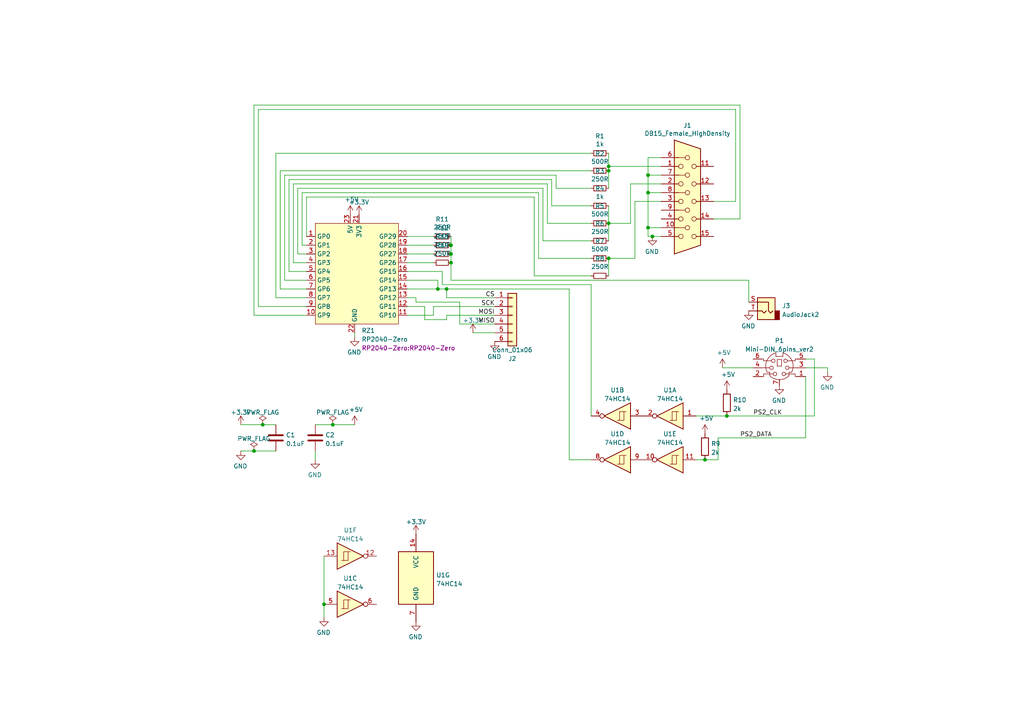
<source format=kicad_sch>
(kicad_sch (version 20211123) (generator eeschema)
  (paper "A4")
  (title_block (title "PicoVIC") (date "${DATE}") (rev "${VERSION}"))
  (lib_symbols
    (symbol "74xx:74HC14" (pin_names (offset 1.016))
      (property "Reference" "U" (at 0 1.27 0))
      (property "Value" "74HC14" (at 0 -1.27 0))
      (symbol "74HC14_1_0"
        (polyline (pts (xy -3.81 3.81) (xy -3.81 -3.81) (xy 3.81 0) (xy -3.81 3.81)) (stroke (width 0.254)) (fill (type background)))
        (pin input line (at -7.62 0 0) (length 3.81) (name "~") (number "1"))
        (pin output inverted (at 7.62 0 180) (length 3.81) (name "~") (number "2"))
      )
      (symbol "74HC14_1_1"
        (polyline (pts (xy -1.905 -1.27) (xy -1.905 1.27) (xy -0.635 1.27)))
        (polyline (pts (xy -2.54 -1.27) (xy -0.635 -1.27) (xy -0.635 1.27) (xy 0 1.27)))
      )
      (symbol "74HC14_2_0"
        (polyline (pts (xy -3.81 3.81) (xy -3.81 -3.81) (xy 3.81 0) (xy -3.81 3.81)) (stroke (width 0.254)) (fill (type background)))
        (pin input line (at -7.62 0 0) (length 3.81) (name "~") (number "3"))
        (pin output inverted (at 7.62 0 180) (length 3.81) (name "~") (number "4"))
      )
      (symbol "74HC14_2_1"
        (polyline (pts (xy -1.905 -1.27) (xy -1.905 1.27) (xy -0.635 1.27)))
        (polyline (pts (xy -2.54 -1.27) (xy -0.635 -1.27) (xy -0.635 1.27) (xy 0 1.27)))
      )
      (symbol "74HC14_3_0"
        (polyline (pts (xy -3.81 3.81) (xy -3.81 -3.81) (xy 3.81 0) (xy -3.81 3.81)) (stroke (width 0.254)) (fill (type background)))
        (pin input line (at -7.62 0 0) (length 3.81) (name "~") (number "5"))
        (pin output inverted (at 7.62 0 180) (length 3.81) (name "~") (number "6"))
      )
      (symbol "74HC14_3_1"
        (polyline (pts (xy -1.905 -1.27) (xy -1.905 1.27) (xy -0.635 1.27)))
        (polyline (pts (xy -2.54 -1.27) (xy -0.635 -1.27) (xy -0.635 1.27) (xy 0 1.27)))
      )
      (symbol "74HC14_4_0"
        (polyline (pts (xy -3.81 3.81) (xy -3.81 -3.81) (xy 3.81 0) (xy -3.81 3.81)) (stroke (width 0.254)) (fill (type background)))
        (pin output inverted (at 7.62 0 180) (length 3.81) (name "~") (number "8"))
        (pin input line (at -7.62 0 0) (length 3.81) (name "~") (number "9"))
      )
      (symbol "74HC14_4_1"
        (polyline (pts (xy -1.905 -1.27) (xy -1.905 1.27) (xy -0.635 1.27)))
        (polyline (pts (xy -2.54 -1.27) (xy -0.635 -1.27) (xy -0.635 1.27) (xy 0 1.27)))
      )
      (symbol "74HC14_5_0"
        (polyline (pts (xy -3.81 3.81) (xy -3.81 -3.81) (xy 3.81 0) (xy -3.81 3.81)) (stroke (width 0.254)) (fill (type background)))
        (pin output inverted (at 7.62 0 180) (length 3.81) (name "~") (number "10"))
        (pin input line (at -7.62 0 0) (length 3.81) (name "~") (number "11"))
      )
      (symbol "74HC14_5_1"
        (polyline (pts (xy -1.905 -1.27) (xy -1.905 1.27) (xy -0.635 1.27)))
        (polyline (pts (xy -2.54 -1.27) (xy -0.635 -1.27) (xy -0.635 1.27) (xy 0 1.27)))
      )
      (symbol "74HC14_6_0"
        (polyline (pts (xy -3.81 3.81) (xy -3.81 -3.81) (xy 3.81 0) (xy -3.81 3.81)) (stroke (width 0.254)) (fill (type background)))
        (pin output inverted (at 7.62 0 180) (length 3.81) (name "~") (number "12"))
        (pin input line (at -7.62 0 0) (length 3.81) (name "~") (number "13"))
      )
      (symbol "74HC14_6_1"
        (polyline (pts (xy -1.905 -1.27) (xy -1.905 1.27) (xy -0.635 1.27)))
        (polyline (pts (xy -2.54 -1.27) (xy -0.635 -1.27) (xy -0.635 1.27) (xy 0 1.27)))
      )
      (symbol "74HC14_7_0"
        (pin power_in line (at 0 12.7 270) (length 5.08) (name "VCC") (number "14"))
        (pin power_in line (at 0 -12.7 90) (length 5.08) (name "GND") (number "7"))
      )
      (symbol "74HC14_7_1"
        (rectangle (start -5.08 7.62) (end 5.08 -7.62) (stroke (width 0.254)) (fill (type background)))
      )
    )
    (symbol "Connector:AudioJack2"
      (property "Reference" "J" (at 0 8.89 0))
      (property "Value" "AudioJack2" (at 0 6.35 0))
      (symbol "AudioJack2_0_1"
        (rectangle (start -3.81 0) (end -2.54 -2.54) (stroke (width 0.254)) (fill (type outline)))
        (rectangle (start -2.54 3.81) (end 2.54 -2.54) (stroke (width 0.254)) (fill (type background)))
        (polyline (pts (xy 0 0) (xy 0.635 -0.635) (xy 1.27 0) (xy 2.54 0)) (stroke (width 0.254)))
        (polyline (pts (xy 2.54 2.54) (xy -0.635 2.54) (xy -0.635 0) (xy -1.27 -0.635) (xy -1.905 0)) (stroke (width 0.254)))
      )
      (symbol "AudioJack2_1_1"
        (pin passive line (at 5.08 2.54 180) (length 2.54) (name "~") (number "S"))
        (pin passive line (at 5.08 0 180) (length 2.54) (name "~") (number "T"))
      )
    )
    (symbol "Connector:DB15_Female_HighDensity" (pin_names (offset 1.016) hide)
      (property "Reference" "J" (at 0 21.59 0))
      (property "Value" "DB15_Female_HighDensity" (at 0 19.05 0))
      (symbol "DB15_Female_HighDensity_0_1"
        (circle (center -1.905 -10.16) (radius 0.635))
        (circle (center -1.905 -5.08) (radius 0.635))
        (circle (center -1.905 0) (radius 0.635))
        (circle (center -1.905 5.08) (radius 0.635))
        (circle (center -1.905 10.16) (radius 0.635))
        (circle (center 0 -7.62) (radius 0.635))
        (circle (center 0 -2.54) (radius 0.635))
        (polyline (pts (xy -3.175 7.62) (xy -0.635 7.62)))
        (polyline (pts (xy -0.635 -7.62) (xy -3.175 -7.62)))
        (polyline (pts (xy -0.635 -2.54) (xy -3.175 -2.54)))
        (polyline (pts (xy -0.635 2.54) (xy -3.175 2.54)))
        (polyline (pts (xy -0.635 12.7) (xy -3.175 12.7)))
        (polyline (pts (xy -3.81 17.78) (xy -3.81 -15.24) (xy 3.81 -12.7) (xy 3.81 15.24) (xy -3.81 17.78)) (stroke (width 0.254)) (fill (type background)))
        (circle (center 0 2.54) (radius 0.635))
        (circle (center 0 7.62) (radius 0.635))
        (circle (center 0 12.7) (radius 0.635))
        (circle (center 1.905 -10.16) (radius 0.635))
        (circle (center 1.905 -5.08) (radius 0.635))
        (circle (center 1.905 0) (radius 0.635))
        (circle (center 1.905 5.08) (radius 0.635))
        (circle (center 1.905 10.16) (radius 0.635))
      )
      (symbol "DB15_Female_HighDensity_1_1"
        (pin passive line (at -7.62 10.16 0) (length 5.08) (name "~") (number "1"))
        (pin passive line (at -7.62 -7.62 0) (length 5.08) (name "~") (number "10"))
        (pin passive line (at 7.62 10.16 180) (length 5.08) (name "~") (number "11"))
        (pin passive line (at 7.62 5.08 180) (length 5.08) (name "~") (number "12"))
        (pin passive line (at 7.62 0 180) (length 5.08) (name "~") (number "13"))
        (pin passive line (at 7.62 -5.08 180) (length 5.08) (name "~") (number "14"))
        (pin passive line (at 7.62 -10.16 180) (length 5.08) (name "~") (number "15"))
        (pin passive line (at -7.62 5.08 0) (length 5.08) (name "~") (number "2"))
        (pin passive line (at -7.62 0 0) (length 5.08) (name "~") (number "3"))
        (pin passive line (at -7.62 -5.08 0) (length 5.08) (name "~") (number "4"))
        (pin passive line (at -7.62 -10.16 0) (length 5.08) (name "~") (number "5"))
        (pin passive line (at -7.62 12.7 0) (length 5.08) (name "~") (number "6"))
        (pin passive line (at -7.62 7.62 0) (length 5.08) (name "~") (number "7"))
        (pin passive line (at -7.62 2.54 0) (length 5.08) (name "~") (number "8"))
        (pin passive line (at -7.62 -2.54 0) (length 5.08) (name "~") (number "9"))
      )
    )
    (symbol "Connector_Generic:Conn_01x06" (pin_names (offset 1.016) hide)
      (property "Reference" "J" (at 0 7.62 0))
      (property "Value" "Conn_01x06" (at 0 -10.16 0))
      (symbol "Conn_01x06_1_1"
        (rectangle (start -1.27 -7.493) (end 0 -7.747) (stroke (width 0.1524)))
        (rectangle (start -1.27 -4.953) (end 0 -5.207) (stroke (width 0.1524)))
        (rectangle (start -1.27 -2.413) (end 0 -2.667) (stroke (width 0.1524)))
        (rectangle (start -1.27 0.127) (end 0 -0.127) (stroke (width 0.1524)))
        (rectangle (start -1.27 2.667) (end 0 2.413) (stroke (width 0.1524)))
        (rectangle (start -1.27 5.207) (end 0 4.953) (stroke (width 0.1524)))
        (rectangle (start -1.27 6.35) (end 1.27 -8.89) (stroke (width 0.254)) (fill (type background)))
        (pin passive line (at -5.08 5.08 0) (length 3.81) (name "Pin_1") (number "1"))
        (pin passive line (at -5.08 2.54 0) (length 3.81) (name "Pin_2") (number "2"))
        (pin passive line (at -5.08 0 0) (length 3.81) (name "Pin_3") (number "3"))
        (pin passive line (at -5.08 -2.54 0) (length 3.81) (name "Pin_4") (number "4"))
        (pin passive line (at -5.08 -5.08 0) (length 3.81) (name "Pin_5") (number "5"))
        (pin passive line (at -5.08 -7.62 0) (length 3.81) (name "Pin_6") (number "6"))
      )
    )
    (symbol "Custom_Symbols_Library:Mini-DIN_6pins_ver2" (pin_names (offset 1.016) hide)
      (property "Reference" "P" (at 0 5.08 0))
      (property "Value" "Mini-DIN_6pins_ver2" (at 0 -7.62 0))
      (symbol "Mini-DIN_6pins_ver2_0_1"
        (arc (start -2.794 -2.286) (mid 0 -3.4433) (end 2.794 -2.286))
        (circle (center -2.286 0) (radius 0.508))
        (circle (center -1.778 2.032) (radius 0.508))
        (circle (center -1.27 -1.778) (radius 0.508))
        (arc (start -1.016 4.318) (mid -3.6119 2.131) (end -3.556 -1.27))
        (rectangle (start -0.635 2.413) (end 0.635 0.508))
        (polyline (pts (xy -4.572 -2.54) (xy -5.08 -2.54)))
        (polyline (pts (xy -4.572 -1.778) (xy -4.572 -2.54)))
        (polyline (pts (xy -4.572 2.032) (xy -4.572 2.54)))
        (polyline (pts (xy -4.572 2.54) (xy -5.08 2.54)))
        (polyline (pts (xy -2.794 -1.27) (xy -3.556 -1.27)))
        (polyline (pts (xy -2.794 -1.27) (xy -2.794 -2.286)))
        (polyline (pts (xy -2.794 0) (xy -5.08 0)))
        (polyline (pts (xy -2.286 2.032) (xy -4.572 2.032)))
        (polyline (pts (xy -1.778 -1.778) (xy -4.572 -1.778)))
        (polyline (pts (xy -1.016 3.302) (xy -1.016 4.318)))
        (polyline (pts (xy -1.016 3.302) (xy 1.016 3.302)))
        (polyline (pts (xy 1.016 3.302) (xy 1.016 4.318)))
        (polyline (pts (xy 1.778 -1.778) (xy 4.572 -1.778)))
        (polyline (pts (xy 2.286 2.032) (xy 4.572 2.032)))
        (polyline (pts (xy 2.794 -1.27) (xy 2.794 -2.286)))
        (polyline (pts (xy 2.794 -1.27) (xy 3.556 -1.27)))
        (polyline (pts (xy 2.794 0) (xy 5.08 0)))
        (polyline (pts (xy 4.572 -2.54) (xy 5.08 -2.54)))
        (polyline (pts (xy 4.572 -1.778) (xy 4.572 -2.54)))
        (polyline (pts (xy 4.572 2.032) (xy 4.572 2.54)))
        (polyline (pts (xy 4.572 2.54) (xy 5.08 2.54)))
        (circle (center 1.27 -1.778) (radius 0.508))
        (circle (center 1.778 2.032) (radius 0.508))
        (circle (center 2.286 0) (radius 0.508))
        (arc (start 3.556 -1.27) (mid 3.6268 2.1377) (end 1.016 4.318))
      )
      (symbol "Mini-DIN_6pins_ver2_1_1"
        (pin passive line (at 7.62 -2.54 180) (length 2.54) (name "1") (number "1"))
        (pin passive line (at -7.62 -2.54 0) (length 2.54) (name "2") (number "2"))
        (pin passive line (at 7.62 0 180) (length 2.54) (name "3") (number "3"))
        (pin passive line (at -7.62 0 0) (length 2.54) (name "4") (number "4"))
        (pin passive line (at 7.62 2.54 180) (length 2.54) (name "5") (number "5"))
        (pin passive line (at -7.62 2.54 0) (length 2.54) (name "~") (number "6"))
        (pin passive line (at 0 -5.08 90) (length 1.6764) (name "Shell") (number "7"))
      )
    )
    (symbol "Device:C" (pin_numbers hide) (pin_names (offset 0.254))
      (property "Reference" "C" (at 0.635 2.54 0))
      (property "Value" "C" (at 0.635 -2.54 0))
      (symbol "C_0_1"
        (polyline (pts (xy -2.032 -0.762) (xy 2.032 -0.762)) (stroke (width 0.508)))
        (polyline (pts (xy -2.032 0.762) (xy 2.032 0.762)) (stroke (width 0.508)))
      )
      (symbol "C_1_1"
        (pin passive line (at 0 3.81 270) (length 2.794) (name "~") (number "1"))
        (pin passive line (at 0 -3.81 90) (length 2.794) (name "~") (number "2"))
      )
    )
    (symbol "Device:R" (pin_numbers hide) (pin_names (offset 0))
      (property "Reference" "R" (at 2.032 0 90))
      (property "Value" "R" (at 0 0 90))
      (symbol "R_0_1"
        (rectangle (start -1.016 -2.54) (end 1.016 2.54) (stroke (width 0.254)))
      )
      (symbol "R_1_1"
        (pin passive line (at 0 3.81 270) (length 1.27) (name "~") (number "1"))
        (pin passive line (at 0 -3.81 90) (length 1.27) (name "~") (number "2"))
      )
    )
    (symbol "Device:R_Small" (pin_numbers hide) (pin_names (offset 0.254) hide)
      (property "Reference" "R" (at 0.762 0.508 0))
      (property "Value" "R_Small" (at 0.762 -1.016 0))
      (symbol "R_Small_0_1"
        (rectangle (start -0.762 1.778) (end 0.762 -1.778) (stroke (width 0.2032)))
      )
      (symbol "R_Small_1_1"
        (pin passive line (at 0 2.54 270) (length 0.762) (name "~") (number "1"))
        (pin passive line (at 0 -2.54 90) (length 0.762) (name "~") (number "2"))
      )
    )
    (symbol "power:+3.3V" (power) (pin_names (offset 0))
      (property "Value" "+3.3V" (at 0 3.556 0))
      (symbol "+3.3V_0_1"
        (polyline (pts (xy -0.762 1.27) (xy 0 2.54)))
        (polyline (pts (xy 0 0) (xy 0 2.54)))
        (polyline (pts (xy 0 2.54) (xy 0.762 1.27)))
      )
      (symbol "+3.3V_1_1"
        (pin power_in line (at 0 0 90) (length 0) hide (name "+3.3V") (number "1"))
      )
    )
    (symbol "power:+5V" (power) (pin_names (offset 0))
      (property "Value" "+5V" (at 0 3.556 0))
      (symbol "+5V_0_1"
        (polyline (pts (xy -0.762 1.27) (xy 0 2.54)))
        (polyline (pts (xy 0 0) (xy 0 2.54)))
        (polyline (pts (xy 0 2.54) (xy 0.762 1.27)))
      )
      (symbol "+5V_1_1"
        (pin power_in line (at 0 0 90) (length 0) hide (name "+5V") (number "1"))
      )
    )
    (symbol "power:GND" (power) (pin_names (offset 0))
      (property "Value" "GND" (at 0 -3.81 0))
      (symbol "GND_0_1"
        (polyline (pts (xy 0 0) (xy 0 -1.27) (xy 1.27 -1.27) (xy 0 -2.54) (xy -1.27 -1.27) (xy 0 -1.27)))
      )
      (symbol "GND_1_1"
        (pin power_in line (at 0 0 270) (length 0) hide (name "GND") (number "1"))
      )
    )
    (symbol "power:PWR_FLAG" (power) (pin_numbers hide) (pin_names (offset 0) hide)
      (property "Value" "PWR_FLAG" (at 0 3.81 0))
      (symbol "PWR_FLAG_0_0"
        (pin power_out line (at 0 0 90) (length 0) (name "pwr") (number "1"))
      )
      (symbol "PWR_FLAG_0_1"
        (polyline (pts (xy 0 0) (xy 0 1.27) (xy -1.016 1.905) (xy 0 2.54) (xy 1.016 1.905) (xy 0 1.27)))
      )
    )
    (symbol "rp2040-zero:RP2040-Zero"
      (property "Reference" "RZ1" (at 2.0194 -17.1434 0))
      (property "Value" "RP2040-Zero" (at 2.0194 -19.6803 0))
      (property "Footprint" "RP2040-Zero:RP2040-Zero" (at 2.0194 -22.2172 0))
      (symbol "RP2040-Zero_0_1"
        (rectangle (start -11.43 -15.24) (end 12.7 13.97) (fill (type background)))
      )
      (symbol "RP2040-Zero_1_1"
        (pin bidirectional line (at -13.97 10.16 0) (length 2.54) (name "GP0") (number "1"))
        (pin bidirectional line (at -13.97 -12.7 0) (length 2.54) (name "GP9") (number "10"))
        (pin bidirectional line (at 15.24 -12.7 180) (length 2.54) (name "GP10") (number "11"))
        (pin bidirectional line (at 15.24 -10.16 180) (length 2.54) (name "GP11") (number "12"))
        (pin bidirectional line (at 15.24 -7.62 180) (length 2.54) (name "GP12") (number "13"))
        (pin bidirectional line (at 15.24 -5.08 180) (length 2.54) (name "GP13") (number "14"))
        (pin bidirectional line (at 15.24 -2.54 180) (length 2.54) (name "GP14") (number "15"))
        (pin bidirectional line (at 15.24 0 180) (length 2.54) (name "GP15") (number "16"))
        (pin bidirectional line (at 15.24 2.54 180) (length 2.54) (name "GP26") (number "17"))
        (pin bidirectional line (at 15.24 5.08 180) (length 2.54) (name "GP27") (number "18"))
        (pin bidirectional line (at 15.24 7.62 180) (length 2.54) (name "GP28") (number "19"))
        (pin bidirectional line (at -13.97 7.62 0) (length 2.54) (name "GP1") (number "2"))
        (pin bidirectional line (at 15.24 10.16 180) (length 2.54) (name "GP29") (number "20"))
        (pin power_in line (at 1.27 16.51 270) (length 2.54) (name "3V3") (number "21"))
        (pin power_in line (at 0 -17.78 90) (length 2.54) (name "GND") (number "22"))
        (pin power_in line (at -1.27 16.51 270) (length 2.54) (name "5V") (number "23"))
        (pin bidirectional line (at -13.97 5.08 0) (length 2.54) (name "GP2") (number "3"))
        (pin bidirectional line (at -13.97 2.54 0) (length 2.54) (name "GP3") (number "4"))
        (pin bidirectional line (at -13.97 0 0) (length 2.54) (name "GP4") (number "5"))
        (pin bidirectional line (at -13.97 -2.54 0) (length 2.54) (name "GP5") (number "6"))
        (pin bidirectional line (at -13.97 -5.08 0) (length 2.54) (name "GP6") (number "7"))
        (pin bidirectional line (at -13.97 -7.62 0) (length 2.54) (name "GP7") (number "8"))
        (pin bidirectional line (at -13.97 -10.16 0) (length 2.54) (name "GP8") (number "9"))
      )
    )
  )
  (junction (at 176.53 48.26))
  (junction (at 176.53 74.93))
  (junction (at 187.96 66.04))
  (junction (at 76.2 123.19))
  (junction (at 210.82 120.65))
  (junction (at 130.81 71.12))
  (junction (at 187.96 55.88))
  (junction (at 127 83.82))
  (junction (at 73.66 130.81))
  (junction (at 204.47 133.35))
  (junction (at 96.52 123.19))
  (junction (at 93.98 175.26))
  (junction (at 189.23 68.58))
  (junction (at 130.81 73.66))
  (junction (at 176.53 64.77))
  (junction (at 130.81 76.2))
  (junction (at 129.54 83.82))
  (junction (at 176.53 49.53))
  (junction (at 187.96 50.8))
  (wire (pts (xy 123.19 88.9) (xy 118.11 88.9)))
  (wire (pts (xy 123.19 92.71) (xy 123.19 88.9)))
  (wire (pts (xy 128.27 82.55) (xy 128.27 78.74)))
  (wire (pts (xy 176.53 74.93) (xy 184.15 74.93)))
  (wire (pts (xy 118.11 83.82) (xy 127 83.82)))
  (wire (pts (xy 191.77 66.04) (xy 187.96 66.04)))
  (wire (pts (xy 127 83.82) (xy 129.54 83.82)))
  (wire (pts (xy 191.77 68.58) (xy 189.23 68.58)))
  (wire (pts (xy 156.21 55.88) (xy 87.63 55.88)))
  (wire (pts (xy 118.11 68.58) (xy 125.73 68.58)))
  (wire (pts (xy 171.45 44.45) (xy 80.01 44.45)))
  (wire (pts (xy 130.81 73.66) (xy 130.81 76.2)))
  (wire (pts (xy 171.45 69.85) (xy 157.48 69.85)))
  (wire (pts (xy 86.36 73.66) (xy 88.9 73.66)))
  (wire (pts (xy 176.53 44.45) (xy 176.53 48.26)))
  (wire (pts (xy 160.02 52.07) (xy 83.82 52.07)))
  (wire (pts (xy 171.45 133.35) (xy 165.1 133.35)))
  (wire (pts (xy 240.03 107.95) (xy 240.03 106.68)))
  (wire (pts (xy 137.16 96.52) (xy 143.51 96.52)))
  (wire (pts (xy 210.82 120.65) (xy 201.93 120.65)))
  (wire (pts (xy 81.28 49.53) (xy 81.28 83.82)))
  (wire (pts (xy 191.77 50.8) (xy 187.96 50.8)))
  (wire (pts (xy 191.77 48.26) (xy 176.53 48.26)))
  (wire (pts (xy 127 81.28) (xy 118.11 81.28)))
  (wire (pts (xy 82.55 50.8) (xy 82.55 81.28)))
  (wire (pts (xy 87.63 71.12) (xy 88.9 71.12)))
  (wire (pts (xy 157.48 54.61) (xy 86.36 54.61)))
  (wire (pts (xy 69.85 123.19) (xy 76.2 123.19)))
  (wire (pts (xy 133.35 93.98) (xy 133.35 87.63)))
  (wire (pts (xy 118.11 76.2) (xy 125.73 76.2)))
  (wire (pts (xy 182.88 53.34) (xy 182.88 64.77)))
  (wire (pts (xy 176.53 48.26) (xy 176.53 49.53)))
  (wire (pts (xy 133.35 93.98) (xy 143.51 93.98)))
  (wire (pts (xy 76.2 123.19) (xy 80.01 123.19)))
  (wire (pts (xy 157.48 69.85) (xy 157.48 54.61)))
  (wire (pts (xy 154.94 57.15) (xy 88.9 57.15)))
  (wire (pts (xy 171.45 49.53) (xy 81.28 49.53)))
  (wire (pts (xy 87.63 55.88) (xy 87.63 71.12)))
  (wire (pts (xy 88.9 57.15) (xy 88.9 68.58)))
  (wire (pts (xy 130.81 81.28) (xy 217.17 81.28)))
  (wire (pts (xy 218.44 106.68) (xy 209.55 106.68)))
  (wire (pts (xy 73.66 30.48) (xy 73.66 91.44)))
  (wire (pts (xy 207.01 63.5) (xy 214.63 63.5)))
  (wire (pts (xy 187.96 50.8) (xy 187.96 45.72)))
  (wire (pts (xy 93.98 175.26) (xy 93.98 179.07)))
  (wire (pts (xy 213.36 31.75) (xy 74.93 31.75)))
  (wire (pts (xy 176.53 59.69) (xy 176.53 64.77)))
  (wire (pts (xy 74.93 88.9) (xy 88.9 88.9)))
  (wire (pts (xy 125.73 91.44) (xy 118.11 91.44)))
  (wire (pts (xy 187.96 55.88) (xy 187.96 50.8)))
  (wire (pts (xy 129.54 86.36) (xy 129.54 83.82)))
  (wire (pts (xy 161.29 50.8) (xy 82.55 50.8)))
  (wire (pts (xy 171.45 82.55) (xy 171.45 120.65)))
  (wire (pts (xy 236.22 120.65) (xy 236.22 104.14)))
  (wire (pts (xy 171.45 59.69) (xy 160.02 59.69)))
  (wire (pts (xy 91.44 133.35) (xy 91.44 130.81)))
  (wire (pts (xy 208.28 133.35) (xy 204.47 133.35)))
  (wire (pts (xy 184.15 74.93) (xy 184.15 58.42)))
  (wire (pts (xy 158.75 53.34) (xy 85.09 53.34)))
  (wire (pts (xy 73.66 130.81) (xy 80.01 130.81)))
  (wire (pts (xy 171.45 54.61) (xy 161.29 54.61)))
  (wire (pts (xy 129.54 91.44) (xy 143.51 91.44)))
  (wire (pts (xy 125.73 88.9) (xy 143.51 88.9)))
  (wire (pts (xy 93.98 161.29) (xy 93.98 175.26)))
  (wire (pts (xy 160.02 59.69) (xy 160.02 52.07)))
  (wire (pts (xy 80.01 44.45) (xy 80.01 86.36)))
  (wire (pts (xy 129.54 83.82) (xy 165.1 83.82)))
  (wire (pts (xy 86.36 54.61) (xy 86.36 73.66)))
  (wire (pts (xy 191.77 55.88) (xy 187.96 55.88)))
  (wire (pts (xy 156.21 74.93) (xy 156.21 55.88)))
  (wire (pts (xy 165.1 133.35) (xy 165.1 83.82)))
  (wire (pts (xy 81.28 83.82) (xy 88.9 83.82)))
  (wire (pts (xy 128.27 78.74) (xy 118.11 78.74)))
  (wire (pts (xy 214.63 30.48) (xy 73.66 30.48)))
  (wire (pts (xy 187.96 66.04) (xy 187.96 55.88)))
  (wire (pts (xy 171.45 74.93) (xy 156.21 74.93)))
  (wire (pts (xy 118.11 71.12) (xy 125.73 71.12)))
  (wire (pts (xy 130.81 71.12) (xy 130.81 73.66)))
  (wire (pts (xy 213.36 58.42) (xy 213.36 31.75)))
  (wire (pts (xy 118.11 73.66) (xy 125.73 73.66)))
  (wire (pts (xy 233.68 127) (xy 208.28 127)))
  (wire (pts (xy 187.96 68.58) (xy 187.96 66.04)))
  (wire (pts (xy 233.68 109.22) (xy 233.68 127)))
  (wire (pts (xy 120.65 86.36) (xy 118.11 86.36)))
  (wire (pts (xy 102.87 97.79) (xy 102.87 96.52)))
  (wire (pts (xy 83.82 52.07) (xy 83.82 78.74)))
  (wire (pts (xy 184.15 58.42) (xy 191.77 58.42)))
  (wire (pts (xy 236.22 104.14) (xy 233.68 104.14)))
  (wire (pts (xy 176.53 49.53) (xy 176.53 54.61)))
  (wire (pts (xy 189.23 68.58) (xy 187.96 68.58)))
  (wire (pts (xy 207.01 58.42) (xy 213.36 58.42)))
  (wire (pts (xy 80.01 86.36) (xy 88.9 86.36)))
  (wire (pts (xy 127 83.82) (xy 127 81.28)))
  (wire (pts (xy 130.81 68.58) (xy 130.81 71.12)))
  (wire (pts (xy 125.73 88.9) (xy 125.73 91.44)))
  (wire (pts (xy 129.54 92.71) (xy 123.19 92.71)))
  (wire (pts (xy 83.82 78.74) (xy 88.9 78.74)))
  (wire (pts (xy 158.75 64.77) (xy 158.75 53.34)))
  (wire (pts (xy 82.55 81.28) (xy 88.9 81.28)))
  (wire (pts (xy 85.09 76.2) (xy 88.9 76.2)))
  (wire (pts (xy 129.54 91.44) (xy 129.54 92.71)))
  (wire (pts (xy 171.45 80.01) (xy 154.94 80.01)))
  (wire (pts (xy 120.65 87.63) (xy 120.65 86.36)))
  (wire (pts (xy 217.17 81.28) (xy 217.17 87.63)))
  (wire (pts (xy 74.93 31.75) (xy 74.93 88.9)))
  (wire (pts (xy 176.53 64.77) (xy 176.53 69.85)))
  (wire (pts (xy 191.77 53.34) (xy 182.88 53.34)))
  (wire (pts (xy 208.28 127) (xy 208.28 133.35)))
  (wire (pts (xy 182.88 64.77) (xy 176.53 64.77)))
  (wire (pts (xy 161.29 54.61) (xy 161.29 50.8)))
  (wire (pts (xy 96.52 123.19) (xy 91.44 123.19)))
  (wire (pts (xy 154.94 80.01) (xy 154.94 57.15)))
  (wire (pts (xy 73.66 91.44) (xy 88.9 91.44)))
  (wire (pts (xy 187.96 45.72) (xy 191.77 45.72)))
  (wire (pts (xy 130.81 76.2) (xy 130.81 81.28)))
  (wire (pts (xy 102.87 123.19) (xy 96.52 123.19)))
  (wire (pts (xy 129.54 86.36) (xy 143.51 86.36)))
  (wire (pts (xy 133.35 87.63) (xy 120.65 87.63)))
  (wire (pts (xy 204.47 133.35) (xy 201.93 133.35)))
  (wire (pts (xy 171.45 82.55) (xy 128.27 82.55)))
  (wire (pts (xy 236.22 120.65) (xy 210.82 120.65)))
  (wire (pts (xy 176.53 80.01) (xy 176.53 74.93)))
  (wire (pts (xy 240.03 106.68) (xy 233.68 106.68)))
  (wire (pts (xy 85.09 53.34) (xy 85.09 76.2)))
  (wire (pts (xy 214.63 63.5) (xy 214.63 30.48)))
  (wire (pts (xy 171.45 64.77) (xy 158.75 64.77)))
  (wire (pts (xy 69.85 130.81) (xy 73.66 130.81)))
  (label "SCK" (at 143.51 88.9 180))
  (label "CS" (at 143.51 86.36 180))
  (label "PS2_CLK" (at 218.44 120.65 0))
  (label "PS2_DATA" (at 214.63 127 0))
  (label "MOSI" (at 143.51 91.44 180))
  (label "MISO" (at 143.51 93.98 180))
  (symbol (lib_id "Connector:DB15_Female_HighDensity") (at 199.39 58.42 0) (unit 1)
    (property "Reference" "J1" (at 199.39 36.3982 0))
    (property "Value" "DB15_Female_HighDensity" (at 199.39 38.7096 0))
    (property "Footprint" "Connector_Dsub:DSUB-15-HD_Female_Horizontal_P2.29x1.98mm_EdgePinOffset3.03mm_Housed_MountingHolesOffset4.94mm" (effects hide))
    (property "Datasheet" " ~" (effects hide))
  )
  (symbol (lib_id "power:+5V") (at 209.55 106.68 0) (unit 1)
    (property "Reference" "#PWR0104" (effects hide))
    (property "Value" "+5V" (at 209.931 102.2858 0))
  )
  (symbol (lib_id "power:+5V") (at 101.6 62.23 0) (unit 1)
    (property "Reference" "#PWR0105" (effects hide))
    (property "Value" "+5V" (at 101.981 57.8358 0))
  )
  (symbol (lib_id "Device:R_Small") (at 173.99 49.53 270) (unit 1)
    (property "Reference" "R2" (at 173.99 44.5516 90))
    (property "Value" "500R" (at 173.99 46.863 90))
    (property "Footprint" "Resistor_THT:R_Axial_DIN0207_L6.3mm_D2.5mm_P7.62mm_Horizontal" (effects hide))
  )
  (symbol (lib_id "Device:R_Small") (at 173.99 54.61 270) (unit 1)
    (property "Reference" "R3" (at 173.99 49.6316 90))
    (property "Value" "250R" (at 173.99 51.943 90))
    (property "Footprint" "Resistor_THT:R_Axial_DIN0207_L6.3mm_D2.5mm_P7.62mm_Horizontal" (effects hide))
  )
  (symbol (lib_id "Device:R_Small") (at 173.99 59.69 270) (unit 1)
    (property "Reference" "R4" (at 173.99 54.7116 90))
    (property "Value" "1k" (at 173.99 57.023 90))
    (property "Footprint" "Resistor_THT:R_Axial_DIN0207_L6.3mm_D2.5mm_P7.62mm_Horizontal" (effects hide))
  )
  (symbol (lib_id "Device:R_Small") (at 173.99 64.77 270) (unit 1)
    (property "Reference" "R5" (at 173.99 59.7916 90))
    (property "Value" "500R" (at 173.99 62.103 90))
    (property "Footprint" "Resistor_THT:R_Axial_DIN0207_L6.3mm_D2.5mm_P7.62mm_Horizontal" (effects hide))
  )
  (symbol (lib_id "Device:R_Small") (at 173.99 69.85 270) (unit 1)
    (property "Reference" "R6" (at 173.99 64.8716 90))
    (property "Value" "250R" (at 173.99 67.183 90))
    (property "Footprint" "Resistor_THT:R_Axial_DIN0207_L6.3mm_D2.5mm_P7.62mm_Horizontal" (effects hide))
  )
  (symbol (lib_id "Device:R_Small") (at 173.99 74.93 270) (unit 1)
    (property "Reference" "R7" (at 173.99 69.9516 90))
    (property "Value" "500R" (at 173.99 72.263 90))
    (property "Footprint" "Resistor_THT:R_Axial_DIN0207_L6.3mm_D2.5mm_P7.62mm_Horizontal" (effects hide))
  )
  (symbol (lib_id "Device:R_Small") (at 173.99 44.45 270) (unit 1)
    (property "Reference" "R1" (at 173.99 39.4716 90))
    (property "Value" "1k" (at 173.99 41.783 90))
    (property "Footprint" "Resistor_THT:R_Axial_DIN0207_L6.3mm_D2.5mm_P7.62mm_Horizontal" (effects hide))
  )
  (symbol (lib_id "Device:R_Small") (at 173.99 80.01 270) (unit 1)
    (property "Reference" "R8" (at 173.99 75.0316 90))
    (property "Value" "250R" (at 173.99 77.343 90))
    (property "Footprint" "Resistor_THT:R_Axial_DIN0207_L6.3mm_D2.5mm_P7.62mm_Horizontal" (effects hide))
  )
  (symbol (lib_id "power:GND") (at 189.23 68.58 0) (mirror y) (unit 1)
    (property "Reference" "#PWR0108" (effects hide))
    (property "Value" "GND" (at 189.103 72.9742 0))
  )
  (symbol (lib_id "power:GND") (at 102.87 97.79 0) (mirror y) (unit 1)
    (property "Reference" "#PWR0101" (effects hide))
    (property "Value" "GND" (at 102.743 102.1842 0))
  )
  (symbol (lib_id "power:+5V") (at 102.87 123.19 0) (unit 1)
    (property "Reference" "#PWR0116" (effects hide))
    (property "Value" "+5V" (at 103.251 118.7958 0))
  )
  (symbol (lib_id "74xx:74HC14") (at 101.6 175.26 0) (unit 3)
    (property "Reference" "U1" (at 101.6 167.7502 0))
    (property "Value" "74HC14" (at 101.6 170.2871 0))
    (property "Footprint" "Package_DIP:DIP-14_W7.62mm_Socket" (effects hide))
    (property "Datasheet" "http://www.ti.com/lit/gpn/sn74HC14" (effects hide))
  )
  (symbol (lib_id "74xx:74HC14") (at 120.65 167.64 0) (unit 7)
    (property "Reference" "U1" (at 126.492 166.8053 0) (effects (justify left)))
    (property "Value" "74HC14" (at 126.492 169.3422 0) (effects (justify left)))
    (property "Footprint" "Package_DIP:DIP-14_W7.62mm_Socket" (effects hide))
    (property "Datasheet" "http://www.ti.com/lit/gpn/sn74HC14" (effects hide))
  )
  (symbol (lib_id "Device:R_Small") (at 128.27 73.66 270) (unit 1)
    (property "Reference" "R13" (at 128.27 68.6816 90))
    (property "Value" "250R" (at 128.27 70.993 90))
    (property "Footprint" "Resistor_THT:R_Axial_DIN0207_L6.3mm_D2.5mm_P7.62mm_Horizontal" (effects hide))
  )
  (symbol (lib_id "power:+5V") (at 204.47 125.73 0) (unit 1)
    (property "Reference" "#PWR0113" (effects hide))
    (property "Value" "+5V" (at 204.851 121.3358 0))
  )
  (symbol (lib_id "power:PWR_FLAG") (at 96.52 123.19 0) (unit 1)
    (property "Reference" "#FLG0102" (effects hide))
    (property "Value" "PWR_FLAG" (at 96.52 119.6142 0))
  )
  (symbol (lib_id "power:PWR_FLAG") (at 76.2 123.19 0) (unit 1)
    (property "Reference" "#FLG0101" (effects hide))
    (property "Value" "PWR_FLAG" (at 76.2 119.6142 0))
  )
  (symbol (lib_id "Device:R_Small") (at 128.27 68.58 270) (unit 1)
    (property "Reference" "R11" (at 128.27 63.6016 90))
    (property "Value" "250R" (at 128.27 65.913 90))
    (property "Footprint" "Resistor_THT:R_Axial_DIN0207_L6.3mm_D2.5mm_P7.62mm_Horizontal" (effects hide))
  )
  (symbol (lib_id "74xx:74HC14") (at 194.31 133.35 180) (unit 5)
    (property "Reference" "U1" (at 194.31 125.8402 0))
    (property "Value" "74HC14" (at 194.31 128.3771 0))
    (property "Footprint" "Package_DIP:DIP-14_W7.62mm_Socket" (effects hide))
    (property "Datasheet" "http://www.ti.com/lit/gpn/sn74HC14" (effects hide))
  )
  (symbol (lib_id "Connector:AudioJack2") (at 222.25 90.17 0) (mirror y) (unit 1)
    (property "Reference" "J3" (at 226.822 88.7003 0) (effects (justify right)))
    (property "Value" "AudioJack2" (at 226.822 91.2372 0) (effects (justify right)))
  )
  (symbol (lib_id "power:+3.3V") (at 120.65 154.94 0) (unit 1)
    (property "Reference" "#PWR0110" (effects hide))
    (property "Value" "+3.3V" (at 120.65 151.3642 0))
  )
  (symbol (lib_id "power:+3.3V") (at 137.16 96.52 0) (unit 1)
    (property "Reference" "#PWR0107" (effects hide))
    (property "Value" "+3.3V" (at 137.16 92.9442 0))
  )
  (symbol (lib_id "Custom_Symbols_Library:Mini-DIN_6pins_ver2") (at 226.06 106.68 0) (unit 1)
    (property "Reference" "P1" (at 226.06 98.7892 0))
    (property "Value" "Mini-DIN_6pins_ver2" (at 226.06 101.3261 0))
    (property "Footprint" "Custom_Footprints:Connector_Mini-DIN_Female_6Pin_2rows" (effects hide))
  )
  (symbol (lib_id "power:GND") (at 69.85 130.81 0) (mirror y) (unit 1)
    (property "Reference" "#PWR0118" (effects hide))
    (property "Value" "GND" (at 69.723 135.2042 0))
  )
  (symbol (lib_id "power:PWR_FLAG") (at 73.66 130.81 0) (unit 1)
    (property "Reference" "#FLG0103" (effects hide))
    (property "Value" "PWR_FLAG" (at 73.66 127.2342 0))
  )
  (symbol (lib_id "power:GND") (at 91.44 133.35 0) (mirror y) (unit 1)
    (property "Reference" "#PWR0117" (effects hide))
    (property "Value" "GND" (at 91.313 137.7442 0))
  )
  (symbol (lib_id "Device:R") (at 204.47 129.54 0) (unit 1)
    (property "Reference" "R9" (at 206.248 128.7053 0) (effects (justify left)))
    (property "Value" "2k" (at 206.248 131.2422 0) (effects (justify left)))
    (property "Footprint" "Resistor_THT:R_Axial_DIN0207_L6.3mm_D2.5mm_P7.62mm_Horizontal" (effects hide))
  )
  (symbol (lib_id "power:+3.3V") (at 69.85 123.19 0) (unit 1)
    (property "Reference" "#PWR0115" (effects hide))
    (property "Value" "+3.3V" (at 69.85 119.6142 0))
  )
  (symbol (lib_id "Device:C") (at 80.01 127 0) (unit 1)
    (property "Reference" "C1" (at 82.931 126.1653 0) (effects (justify left)))
    (property "Value" "0.1uF" (at 82.931 128.7022 0) (effects (justify left)))
    (property "Footprint" "Capacitor_THT:C_Disc_D5.0mm_W2.5mm_P5.00mm" (effects hide))
  )
  (symbol (lib_id "Connector_Generic:Conn_01x06") (at 148.59 91.44 0) (unit 1)
    (property "Reference" "J2" (at 148.59 104.0298 0))
    (property "Value" "Conn_01x06" (at 148.59 101.4929 0))
    (property "Footprint" "Connector_PinSocket_2.54mm:PinSocket_1x06_P2.54mm_Horizontal" (effects hide))
  )
  (symbol (lib_id "power:GND") (at 240.03 107.95 0) (mirror y) (unit 1)
    (property "Reference" "#PWR0112" (effects hide))
    (property "Value" "GND" (at 239.903 112.3442 0))
  )
  (symbol (lib_id "power:GND") (at 120.65 180.34 0) (mirror y) (unit 1)
    (property "Reference" "#PWR0111" (effects hide))
    (property "Value" "GND" (at 120.523 184.7342 0))
  )
  (symbol (lib_id "power:+3.3V") (at 104.14 62.23 0) (unit 1)
    (property "Reference" "#PWR0102" (effects hide))
    (property "Value" "+3.3V" (at 104.14 58.6542 0))
  )
  (symbol (lib_id "74xx:74HC14") (at 179.07 120.65 180) (unit 2)
    (property "Reference" "U1" (at 179.07 113.1402 0))
    (property "Value" "74HC14" (at 179.07 115.6771 0))
    (property "Footprint" "Package_DIP:DIP-14_W7.62mm_Socket" (effects hide))
    (property "Datasheet" "http://www.ti.com/lit/gpn/sn74HC14" (effects hide))
  )
  (symbol (lib_id "power:GND") (at 93.98 179.07 0) (mirror y) (unit 1)
    (property "Reference" "#PWR0109" (effects hide))
    (property "Value" "GND" (at 93.853 183.4642 0))
  )
  (symbol (lib_id "power:GND") (at 226.06 111.76 0) (mirror y) (unit 1)
    (property "Reference" "#PWR0103" (effects hide))
    (property "Value" "GND" (at 225.933 116.1542 0))
  )
  (symbol (lib_id "74xx:74HC14") (at 194.31 120.65 180) (unit 1)
    (property "Reference" "U1" (at 194.31 113.1402 0))
    (property "Value" "74HC14" (at 194.31 115.6771 0))
    (property "Footprint" "Package_DIP:DIP-14_W7.62mm_Socket" (effects hide))
    (property "Datasheet" "http://www.ti.com/lit/gpn/sn74HC14" (effects hide))
  )
  (symbol (lib_id "Device:R") (at 210.82 116.84 0) (unit 1)
    (property "Reference" "R10" (at 212.598 116.0053 0) (effects (justify left)))
    (property "Value" "2k" (at 212.598 118.5422 0) (effects (justify left)))
    (property "Footprint" "Resistor_THT:R_Axial_DIN0207_L6.3mm_D2.5mm_P7.62mm_Horizontal" (effects hide))
  )
  (symbol (lib_id "Device:R_Small") (at 128.27 71.12 270) (unit 1)
    (property "Reference" "R12" (at 128.27 66.1416 90))
    (property "Value" "250R" (at 128.27 68.453 90))
    (property "Footprint" "Resistor_THT:R_Axial_DIN0207_L6.3mm_D2.5mm_P7.62mm_Horizontal" (effects hide))
  )
  (symbol (lib_id "74xx:74HC14") (at 101.6 161.29 0) (unit 6)
    (property "Reference" "U1" (at 101.6 153.7802 0))
    (property "Value" "74HC14" (at 101.6 156.3171 0))
    (property "Footprint" "Package_DIP:DIP-14_W7.62mm_Socket" (effects hide))
    (property "Datasheet" "http://www.ti.com/lit/gpn/sn74HC14" (effects hide))
  )
  (symbol (lib_id "power:+5V") (at 210.82 113.03 0) (unit 1)
    (property "Reference" "#PWR0114" (effects hide))
    (property "Value" "+5V" (at 211.201 108.6358 0))
  )
  (symbol (lib_id "74xx:74HC14") (at 179.07 133.35 180) (unit 4)
    (property "Reference" "U1" (at 179.07 125.8402 0))
    (property "Value" "74HC14" (at 179.07 128.3771 0))
    (property "Footprint" "Package_DIP:DIP-14_W7.62mm_Socket" (effects hide))
    (property "Datasheet" "http://www.ti.com/lit/gpn/sn74HC14" (effects hide))
  )
  (symbol (lib_id "rp2040-zero:RP2040-Zero") (at 102.87 78.74 0) (unit 1)
    (property "Reference" "RZ1" (at 104.8894 95.8834 0) (effects (justify left)))
    (property "Value" "RP2040-Zero" (at 104.8894 98.4203 0) (effects (justify left)))
    (property "Footprint" "RP2040-Zero:RP2040-Zero" (at 104.8894 100.9572 0) (effects (justify left)))
  )
  (symbol (lib_id "power:GND") (at 143.51 99.06 0) (mirror y) (unit 1)
    (property "Reference" "#PWR0106" (effects hide))
    (property "Value" "GND" (at 143.383 103.4542 0))
  )
  (symbol (lib_id "Device:C") (at 91.44 127 0) (unit 1)
    (property "Reference" "C2" (at 94.361 126.1653 0) (effects (justify left)))
    (property "Value" "0.1uF" (at 94.361 128.7022 0) (effects (justify left)))
    (property "Footprint" "Capacitor_THT:C_Disc_D5.0mm_W2.5mm_P5.00mm" (effects hide))
  )
  (symbol (lib_id "Device:R_Small") (at 128.27 76.2 270) (unit 1)
    (property "Reference" "R14" (at 128.27 71.2216 90))
    (property "Value" "250R" (at 128.27 73.533 90))
    (property "Footprint" "Resistor_THT:R_Axial_DIN0207_L6.3mm_D2.5mm_P7.62mm_Horizontal" (effects hide))
  )
  (symbol (lib_id "power:GND") (at 217.17 90.17 0) (mirror y) (unit 1)
    (property "Reference" "#PWR0119" (effects hide))
    (property "Value" "GND" (at 217.043 94.5642 0))
  )
)
</source>
